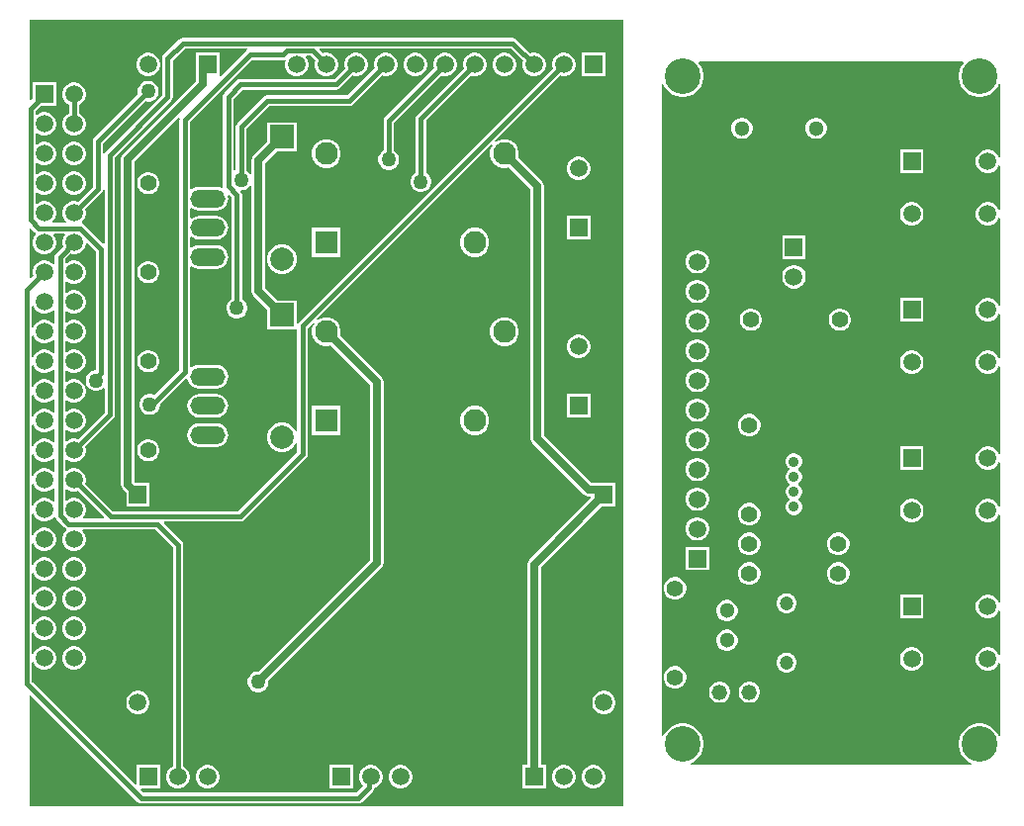
<source format=gtl>
G04*
G04 #@! TF.GenerationSoftware,Altium Limited,Altium Designer,21.1.1 (26)*
G04*
G04 Layer_Physical_Order=1*
G04 Layer_Color=255*
%FSLAX25Y25*%
%MOIN*%
G70*
G04*
G04 #@! TF.SameCoordinates,592B810C-F54D-4935-B22E-3467A51DD14B*
G04*
G04*
G04 #@! TF.FilePolarity,Positive*
G04*
G01*
G75*
%ADD37C,0.01500*%
%ADD38C,0.02500*%
%ADD39C,0.05200*%
%ADD40R,0.05937X0.05937*%
%ADD41C,0.05937*%
%ADD42C,0.03500*%
%ADD43C,0.05118*%
%ADD44C,0.05906*%
%ADD45R,0.05906X0.05906*%
%ADD46C,0.05512*%
%ADD47C,0.05898*%
%ADD48R,0.05898X0.05898*%
%ADD49C,0.04724*%
%ADD50C,0.12000*%
%ADD51R,0.07874X0.07874*%
%ADD52C,0.07874*%
%ADD53R,0.07677X0.07677*%
%ADD54C,0.07677*%
%ADD55R,0.05906X0.05906*%
%ADD56O,0.11811X0.05906*%
%ADD57C,0.05000*%
G36*
X205000Y5500D02*
X5000D01*
Y42723D01*
X5462Y42915D01*
X41341Y7036D01*
X41341Y7035D01*
X41920Y6649D01*
X42603Y6513D01*
X115797D01*
X116480Y6649D01*
X117059Y7035D01*
X120583Y10559D01*
X120583Y10559D01*
X120970Y11138D01*
X121081Y11697D01*
X121526Y11817D01*
X122427Y12337D01*
X123163Y13073D01*
X123683Y13974D01*
X123953Y14980D01*
Y16020D01*
X123683Y17026D01*
X123163Y17927D01*
X122427Y18663D01*
X121526Y19183D01*
X120520Y19453D01*
X119480D01*
X118474Y19183D01*
X117573Y18663D01*
X116837Y17927D01*
X116317Y17026D01*
X116047Y16020D01*
Y14980D01*
X116317Y13974D01*
X116837Y13073D01*
X117443Y12467D01*
X115058Y10081D01*
X43342D01*
X42338Y11085D01*
X42529Y11547D01*
X48953D01*
Y19453D01*
X41047D01*
Y13029D01*
X40585Y12838D01*
X5784Y47639D01*
Y54029D01*
X6284Y54095D01*
X6317Y53974D01*
X6837Y53073D01*
X7573Y52337D01*
X8474Y51817D01*
X9480Y51547D01*
X10520D01*
X11526Y51817D01*
X12427Y52337D01*
X13163Y53073D01*
X13683Y53974D01*
X13953Y54980D01*
Y56020D01*
X13683Y57026D01*
X13163Y57927D01*
X12427Y58663D01*
X11526Y59183D01*
X10520Y59453D01*
X9480D01*
X8474Y59183D01*
X7573Y58663D01*
X6837Y57927D01*
X6317Y57026D01*
X6284Y56905D01*
X5784Y56971D01*
Y64029D01*
X6284Y64095D01*
X6317Y63974D01*
X6837Y63073D01*
X7573Y62337D01*
X8474Y61817D01*
X9480Y61547D01*
X10520D01*
X11526Y61817D01*
X12427Y62337D01*
X13163Y63073D01*
X13683Y63974D01*
X13953Y64980D01*
Y66020D01*
X13683Y67026D01*
X13163Y67927D01*
X12427Y68663D01*
X11526Y69183D01*
X10520Y69453D01*
X9480D01*
X8474Y69183D01*
X7573Y68663D01*
X6837Y67927D01*
X6317Y67026D01*
X6284Y66905D01*
X5784Y66971D01*
Y74029D01*
X6284Y74095D01*
X6317Y73974D01*
X6837Y73073D01*
X7573Y72337D01*
X8474Y71817D01*
X9480Y71547D01*
X10520D01*
X11526Y71817D01*
X12427Y72337D01*
X13163Y73073D01*
X13683Y73974D01*
X13953Y74980D01*
Y76020D01*
X13683Y77026D01*
X13163Y77927D01*
X12427Y78663D01*
X11526Y79183D01*
X10520Y79453D01*
X9480D01*
X8474Y79183D01*
X7573Y78663D01*
X6837Y77927D01*
X6317Y77026D01*
X6284Y76905D01*
X5784Y76971D01*
Y84029D01*
X6284Y84095D01*
X6317Y83974D01*
X6837Y83073D01*
X7573Y82337D01*
X8474Y81817D01*
X9480Y81547D01*
X10520D01*
X11526Y81817D01*
X12427Y82337D01*
X13163Y83073D01*
X13683Y83974D01*
X13953Y84980D01*
Y86020D01*
X13683Y87026D01*
X13163Y87927D01*
X12427Y88663D01*
X11526Y89183D01*
X10520Y89453D01*
X9480D01*
X8474Y89183D01*
X7573Y88663D01*
X6837Y87927D01*
X6317Y87026D01*
X6284Y86905D01*
X5784Y86971D01*
Y94029D01*
X6284Y94095D01*
X6317Y93974D01*
X6837Y93073D01*
X7573Y92337D01*
X8474Y91817D01*
X9480Y91547D01*
X10520D01*
X11526Y91817D01*
X12427Y92337D01*
X13163Y93073D01*
X13683Y93974D01*
X13953Y94980D01*
Y96020D01*
X13683Y97026D01*
X13163Y97927D01*
X12427Y98663D01*
X11526Y99183D01*
X10520Y99453D01*
X9480D01*
X8474Y99183D01*
X7573Y98663D01*
X6837Y97927D01*
X6317Y97026D01*
X6284Y96905D01*
X5784Y96971D01*
Y104029D01*
X6284Y104095D01*
X6317Y103974D01*
X6837Y103073D01*
X7573Y102337D01*
X8474Y101817D01*
X9480Y101547D01*
X10520D01*
X11526Y101817D01*
X12427Y102337D01*
X13019Y102929D01*
X13552Y102817D01*
X13938Y102238D01*
X16738Y99438D01*
X17317Y99051D01*
X17429Y98519D01*
X16837Y97927D01*
X16317Y97026D01*
X16047Y96020D01*
Y94980D01*
X16317Y93974D01*
X16837Y93073D01*
X17573Y92337D01*
X18474Y91817D01*
X19480Y91547D01*
X20520D01*
X21526Y91817D01*
X22427Y92337D01*
X23163Y93073D01*
X23683Y93974D01*
X23953Y94980D01*
Y96020D01*
X23683Y97026D01*
X23163Y97927D01*
X22674Y98416D01*
X22881Y98916D01*
X47261D01*
X53216Y92961D01*
Y19034D01*
X52573Y18663D01*
X51837Y17927D01*
X51317Y17026D01*
X51047Y16020D01*
Y14980D01*
X51317Y13974D01*
X51837Y13073D01*
X52573Y12337D01*
X53474Y11817D01*
X54480Y11547D01*
X55520D01*
X56526Y11817D01*
X57427Y12337D01*
X58163Y13073D01*
X58683Y13974D01*
X58953Y14980D01*
Y16020D01*
X58683Y17026D01*
X58163Y17927D01*
X57427Y18663D01*
X56784Y19034D01*
Y93700D01*
X56648Y94383D01*
X56262Y94962D01*
X56262Y94962D01*
X50270Y100954D01*
X50461Y101416D01*
X75900D01*
X76583Y101551D01*
X77162Y101938D01*
X98162Y122938D01*
X98162Y122938D01*
X98549Y123517D01*
X98684Y124200D01*
Y166661D01*
X100682Y168658D01*
X101082Y168351D01*
X100491Y167328D01*
X100161Y166098D01*
Y164824D01*
X100491Y163593D01*
X101128Y162490D01*
X102029Y161589D01*
X103132Y160952D01*
X104363Y160622D01*
X105637D01*
X106392Y160824D01*
X119706Y147510D01*
Y88450D01*
X82256Y51000D01*
X81539D01*
X80649Y50761D01*
X79851Y50301D01*
X79199Y49649D01*
X78738Y48851D01*
X78500Y47961D01*
Y47039D01*
X78738Y46149D01*
X79199Y45351D01*
X79851Y44699D01*
X80649Y44238D01*
X81539Y44000D01*
X82461D01*
X83351Y44238D01*
X84149Y44699D01*
X84801Y45351D01*
X85261Y46149D01*
X85500Y47039D01*
Y47756D01*
X123622Y85878D01*
X124119Y86622D01*
X124294Y87500D01*
Y148461D01*
X124119Y149338D01*
X123622Y150083D01*
X109636Y164069D01*
X109839Y164824D01*
Y166098D01*
X109509Y167328D01*
X108872Y168432D01*
X107971Y169332D01*
X106868Y169969D01*
X105637Y170299D01*
X104363D01*
X103132Y169969D01*
X102109Y169379D01*
X101802Y169779D01*
X160682Y228659D01*
X161082Y228351D01*
X160491Y227328D01*
X160161Y226098D01*
Y224824D01*
X160491Y223593D01*
X161128Y222490D01*
X162029Y221589D01*
X163132Y220952D01*
X164363Y220622D01*
X165637D01*
X166392Y220824D01*
X173706Y213510D01*
Y129500D01*
X173881Y128622D01*
X174378Y127878D01*
X191675Y110581D01*
X192419Y110083D01*
X193297Y109909D01*
X193957D01*
X194164Y109409D01*
X173378Y88622D01*
X172880Y87878D01*
X172706Y87000D01*
Y19453D01*
X171047D01*
Y11547D01*
X178953D01*
Y19453D01*
X177294D01*
Y86050D01*
X197792Y106547D01*
X202453D01*
Y114453D01*
X197019D01*
X196797Y114497D01*
X194247D01*
X178294Y130450D01*
Y214461D01*
X178120Y215338D01*
X177622Y216083D01*
X169636Y224069D01*
X169839Y224824D01*
Y226098D01*
X169509Y227328D01*
X168872Y228432D01*
X167971Y229332D01*
X166868Y229969D01*
X165637Y230299D01*
X164363D01*
X163132Y229969D01*
X162109Y229379D01*
X161802Y229779D01*
X183763Y251739D01*
X184480Y251547D01*
X185520D01*
X186526Y251817D01*
X187427Y252337D01*
X188163Y253073D01*
X188683Y253974D01*
X188953Y254980D01*
Y256020D01*
X188683Y257026D01*
X188163Y257927D01*
X187427Y258663D01*
X186526Y259183D01*
X185520Y259453D01*
X184480D01*
X183474Y259183D01*
X182573Y258663D01*
X181837Y257927D01*
X181317Y257026D01*
X181047Y256020D01*
Y254980D01*
X181239Y254263D01*
X95638Y168662D01*
X95437Y168360D01*
X94937Y168512D01*
Y176028D01*
X88307D01*
X84294Y180041D01*
Y222140D01*
X88307Y226154D01*
X94937D01*
Y236028D01*
X85063D01*
Y229398D01*
X80378Y224713D01*
X79881Y223969D01*
X79706Y223091D01*
Y218528D01*
X79206Y218394D01*
X79001Y218749D01*
X78349Y219401D01*
X77984Y219611D01*
Y233661D01*
X85839Y241516D01*
X112800D01*
X113483Y241652D01*
X114062Y242038D01*
X123763Y251739D01*
X124480Y251547D01*
X125520D01*
X126526Y251817D01*
X127427Y252337D01*
X128163Y253073D01*
X128683Y253974D01*
X128953Y254980D01*
Y256020D01*
X128683Y257026D01*
X128163Y257927D01*
X127427Y258663D01*
X126526Y259183D01*
X125520Y259453D01*
X124480D01*
X123474Y259183D01*
X122573Y258663D01*
X121837Y257927D01*
X121317Y257026D01*
X121047Y256020D01*
Y254980D01*
X121239Y254263D01*
X112061Y245084D01*
X85100D01*
X84417Y244949D01*
X83838Y244562D01*
X74938Y235662D01*
X74551Y235083D01*
X74416Y234400D01*
Y219899D01*
X74184Y219749D01*
X73684Y220020D01*
Y243961D01*
X76739Y247016D01*
X108300D01*
X108983Y247151D01*
X109562Y247538D01*
X113763Y251739D01*
X114480Y251547D01*
X115520D01*
X116526Y251817D01*
X117427Y252337D01*
X118163Y253073D01*
X118683Y253974D01*
X118953Y254980D01*
Y256020D01*
X118683Y257026D01*
X118163Y257927D01*
X117427Y258663D01*
X116526Y259183D01*
X115520Y259453D01*
X114480D01*
X113474Y259183D01*
X112573Y258663D01*
X111837Y257927D01*
X111317Y257026D01*
X111047Y256020D01*
Y254980D01*
X111239Y254263D01*
X107561Y250584D01*
X76000D01*
X76000Y250584D01*
X75317Y250448D01*
X74738Y250062D01*
X74738Y250062D01*
X70638Y245962D01*
X70252Y245383D01*
X70116Y244700D01*
Y214400D01*
X70146Y214249D01*
X69706Y213895D01*
X68985Y214194D01*
X67953Y214330D01*
X62047D01*
X61015Y214194D01*
X60054Y213795D01*
X59584Y213435D01*
X59084Y213682D01*
Y236061D01*
X80039Y257016D01*
X90300D01*
X90824Y257120D01*
X91175Y256834D01*
X91238Y256731D01*
X91047Y256020D01*
Y254980D01*
X91317Y253974D01*
X91837Y253073D01*
X92573Y252337D01*
X93474Y251817D01*
X94480Y251547D01*
X95520D01*
X96526Y251817D01*
X97427Y252337D01*
X98163Y253073D01*
X98683Y253974D01*
X98953Y254980D01*
Y256020D01*
X98683Y257026D01*
X98163Y257927D01*
X98133Y257957D01*
X98325Y258418D01*
X99558D01*
X101239Y256737D01*
X101047Y256020D01*
Y254980D01*
X101317Y253974D01*
X101837Y253073D01*
X102573Y252337D01*
X103474Y251817D01*
X104480Y251547D01*
X105520D01*
X106526Y251817D01*
X107427Y252337D01*
X108163Y253073D01*
X108683Y253974D01*
X108953Y254980D01*
Y256020D01*
X108683Y257026D01*
X108163Y257927D01*
X107427Y258663D01*
X106526Y259183D01*
X105520Y259453D01*
X104480D01*
X103763Y259261D01*
X102567Y260457D01*
X102758Y260918D01*
X167058D01*
X171239Y256737D01*
X171047Y256020D01*
Y254980D01*
X171317Y253974D01*
X171837Y253073D01*
X172573Y252337D01*
X173474Y251817D01*
X174480Y251547D01*
X175520D01*
X176526Y251817D01*
X177427Y252337D01*
X178163Y253073D01*
X178683Y253974D01*
X178953Y254980D01*
Y256020D01*
X178683Y257026D01*
X178163Y257927D01*
X177427Y258663D01*
X176526Y259183D01*
X175520Y259453D01*
X174480D01*
X173763Y259261D01*
X169059Y263965D01*
X168480Y264351D01*
X167797Y264487D01*
X56603D01*
X56603Y264487D01*
X55920Y264351D01*
X55341Y263965D01*
X50188Y258812D01*
X49801Y258233D01*
X49666Y257550D01*
Y245217D01*
X30738Y226290D01*
X30351Y225711D01*
X30284Y225373D01*
X29784Y225422D01*
Y228761D01*
X44132Y243109D01*
X44539Y243000D01*
X45461D01*
X46351Y243238D01*
X47149Y243699D01*
X47801Y244351D01*
X48261Y245149D01*
X48500Y246039D01*
Y246961D01*
X48261Y247851D01*
X47801Y248649D01*
X47149Y249301D01*
X46351Y249762D01*
X45461Y250000D01*
X44539D01*
X43649Y249762D01*
X42851Y249301D01*
X42199Y248649D01*
X41739Y247851D01*
X41500Y246961D01*
Y246039D01*
X41609Y245632D01*
X26738Y230762D01*
X26351Y230183D01*
X26216Y229500D01*
Y214239D01*
X21237Y209261D01*
X20520Y209453D01*
X19480D01*
X18474Y209183D01*
X17573Y208663D01*
X16837Y207927D01*
X16317Y207026D01*
X16047Y206020D01*
Y204980D01*
X16317Y203974D01*
X16837Y203073D01*
X17326Y202584D01*
X17119Y202084D01*
X12881D01*
X12674Y202584D01*
X13163Y203073D01*
X13683Y203974D01*
X13953Y204980D01*
Y206020D01*
X13683Y207026D01*
X13163Y207927D01*
X12427Y208663D01*
X11526Y209183D01*
X10520Y209453D01*
X9480D01*
X8474Y209183D01*
X7573Y208663D01*
X7446Y208536D01*
X6984Y208728D01*
Y212272D01*
X7446Y212464D01*
X7573Y212337D01*
X8474Y211817D01*
X9480Y211547D01*
X10520D01*
X11526Y211817D01*
X12427Y212337D01*
X13163Y213073D01*
X13683Y213974D01*
X13953Y214980D01*
Y216020D01*
X13683Y217026D01*
X13163Y217927D01*
X12427Y218663D01*
X11526Y219183D01*
X10520Y219453D01*
X9480D01*
X8474Y219183D01*
X7573Y218663D01*
X7446Y218536D01*
X6984Y218728D01*
Y222272D01*
X7446Y222464D01*
X7573Y222337D01*
X8474Y221817D01*
X9480Y221547D01*
X10520D01*
X11526Y221817D01*
X12427Y222337D01*
X13163Y223073D01*
X13683Y223974D01*
X13953Y224980D01*
Y226020D01*
X13683Y227026D01*
X13163Y227927D01*
X12427Y228663D01*
X11526Y229183D01*
X10520Y229453D01*
X9480D01*
X8474Y229183D01*
X7573Y228663D01*
X7446Y228536D01*
X6984Y228728D01*
Y232272D01*
X7446Y232464D01*
X7573Y232337D01*
X8474Y231817D01*
X9480Y231547D01*
X10520D01*
X11526Y231817D01*
X12427Y232337D01*
X13163Y233073D01*
X13683Y233974D01*
X13953Y234980D01*
Y236020D01*
X13683Y237026D01*
X13163Y237927D01*
X12427Y238663D01*
X11526Y239183D01*
X10520Y239453D01*
X9480D01*
X8474Y239183D01*
X7573Y238663D01*
X7446Y238536D01*
X6984Y238728D01*
Y239961D01*
X8571Y241547D01*
X13953D01*
Y249453D01*
X6047D01*
Y244071D01*
X5462Y243485D01*
X5000Y243677D01*
Y270500D01*
X205000D01*
Y5500D01*
D02*
G37*
G36*
X78303Y260836D02*
X78180Y260156D01*
X78038Y260062D01*
X69402Y251426D01*
X68953Y251683D01*
Y259453D01*
X61047D01*
Y254019D01*
X61003Y253797D01*
Y249747D01*
X36378Y225122D01*
X35881Y224378D01*
X35706Y223500D01*
Y114000D01*
X35881Y113122D01*
X36378Y112378D01*
X37547Y111208D01*
Y106547D01*
X45453D01*
Y114453D01*
X40792D01*
X40294Y114950D01*
Y222550D01*
X55120Y237376D01*
X55581Y237130D01*
X55516Y236800D01*
Y152578D01*
X47047Y144109D01*
X46851Y144222D01*
X45961Y144461D01*
X45039D01*
X44149Y144222D01*
X43351Y143762D01*
X42699Y143110D01*
X42239Y142312D01*
X42000Y141422D01*
Y140500D01*
X42239Y139610D01*
X42699Y138812D01*
X43351Y138160D01*
X44149Y137699D01*
X45039Y137461D01*
X45961D01*
X46851Y137699D01*
X47649Y138160D01*
X48301Y138812D01*
X48761Y139610D01*
X49000Y140500D01*
Y141016D01*
X57692Y149707D01*
X58165Y149547D01*
X58196Y149311D01*
X58595Y148349D01*
X59228Y147523D01*
X60054Y146890D01*
X61015Y146492D01*
X62047Y146356D01*
X67953D01*
X68985Y146492D01*
X69946Y146890D01*
X70772Y147523D01*
X71406Y148349D01*
X71804Y149311D01*
X71940Y150343D01*
X71804Y151374D01*
X71406Y152336D01*
X70772Y153162D01*
X69946Y153795D01*
X68985Y154194D01*
X67953Y154330D01*
X62047D01*
X61015Y154194D01*
X60054Y153795D01*
X59584Y153435D01*
X59084Y153682D01*
Y187318D01*
X59584Y187565D01*
X60054Y187205D01*
X61015Y186806D01*
X62047Y186670D01*
X67953D01*
X68985Y186806D01*
X69946Y187205D01*
X70772Y187838D01*
X71406Y188664D01*
X71804Y189626D01*
X71940Y190657D01*
X71804Y191689D01*
X71406Y192651D01*
X70772Y193476D01*
X69946Y194110D01*
X68985Y194508D01*
X67953Y194644D01*
X62047D01*
X61015Y194508D01*
X60054Y194110D01*
X59584Y193750D01*
X59084Y193996D01*
Y197161D01*
X59584Y197407D01*
X60054Y197047D01*
X61015Y196649D01*
X62047Y196513D01*
X67953D01*
X68985Y196649D01*
X69946Y197047D01*
X70772Y197681D01*
X71406Y198507D01*
X71804Y199468D01*
X71940Y200500D01*
X71804Y201532D01*
X71406Y202493D01*
X70772Y203319D01*
X69946Y203953D01*
X68985Y204351D01*
X67953Y204487D01*
X62047D01*
X61015Y204351D01*
X60054Y203953D01*
X59584Y203592D01*
X59084Y203839D01*
Y207004D01*
X59584Y207250D01*
X60054Y206890D01*
X61015Y206492D01*
X62047Y206356D01*
X67953D01*
X68985Y206492D01*
X69946Y206890D01*
X70772Y207523D01*
X71406Y208349D01*
X71804Y209311D01*
X71940Y210343D01*
X71820Y211249D01*
X72185Y211487D01*
X72266Y211511D01*
X73016Y210761D01*
Y176411D01*
X72651Y176201D01*
X71999Y175549D01*
X71539Y174751D01*
X71300Y173861D01*
Y172939D01*
X71539Y172049D01*
X71999Y171251D01*
X72651Y170599D01*
X73449Y170139D01*
X74339Y169900D01*
X75261D01*
X76151Y170139D01*
X76949Y170599D01*
X77601Y171251D01*
X78061Y172049D01*
X78300Y172939D01*
Y173861D01*
X78061Y174751D01*
X77601Y175549D01*
X76949Y176201D01*
X76584Y176411D01*
Y211500D01*
X76584Y211500D01*
X76449Y212183D01*
X76170Y212600D01*
X76363Y213045D01*
X76422Y213100D01*
X76661D01*
X77551Y213338D01*
X78349Y213799D01*
X79001Y214451D01*
X79206Y214806D01*
X79706Y214672D01*
Y179091D01*
X79881Y178213D01*
X80378Y177468D01*
X85063Y172783D01*
Y166154D01*
X94616D01*
X94937Y166154D01*
X95116Y165728D01*
Y131824D01*
X94616Y131758D01*
X94601Y131815D01*
X93951Y132941D01*
X93031Y133860D01*
X91906Y134510D01*
X90650Y134846D01*
X89350D01*
X88094Y134510D01*
X86969Y133860D01*
X86049Y132941D01*
X85399Y131815D01*
X85063Y130559D01*
Y129259D01*
X85399Y128004D01*
X86049Y126878D01*
X86969Y125959D01*
X88094Y125309D01*
X89350Y124972D01*
X90650D01*
X91906Y125309D01*
X93031Y125959D01*
X93951Y126878D01*
X94601Y128004D01*
X94616Y128060D01*
X95116Y127995D01*
Y124939D01*
X75161Y104984D01*
X33039D01*
X23761Y114263D01*
X23953Y114980D01*
Y116020D01*
X23683Y117026D01*
X23163Y117927D01*
X22427Y118663D01*
X21526Y119183D01*
X20520Y119453D01*
X19480D01*
X18474Y119183D01*
X17573Y118663D01*
X17446Y118536D01*
X16984Y118728D01*
Y122272D01*
X17446Y122464D01*
X17573Y122337D01*
X18474Y121817D01*
X19480Y121547D01*
X20520D01*
X21526Y121817D01*
X22427Y122337D01*
X23163Y123073D01*
X23683Y123974D01*
X23953Y124980D01*
Y126020D01*
X23761Y126737D01*
X33262Y136238D01*
X33262Y136238D01*
X33648Y136817D01*
X33784Y137500D01*
Y224289D01*
X52712Y243217D01*
X52712Y243217D01*
X53098Y243796D01*
X53234Y244478D01*
Y256811D01*
X57342Y260918D01*
X78245D01*
X78303Y260836D01*
D02*
G37*
G36*
X319639Y256038D02*
X319563Y255962D01*
X318797Y254816D01*
X318269Y253542D01*
X318000Y252189D01*
Y250811D01*
X318269Y249458D01*
X318797Y248184D01*
X319563Y247038D01*
X320538Y246063D01*
X321684Y245297D01*
X322958Y244769D01*
X324311Y244500D01*
X325689D01*
X327042Y244769D01*
X328316Y245297D01*
X329462Y246063D01*
X330437Y247038D01*
X331203Y248184D01*
X331500Y248901D01*
X332000Y248801D01*
Y224355D01*
X331500Y224289D01*
X331475Y224382D01*
X330955Y225283D01*
X330220Y226018D01*
X329319Y226538D01*
X328315Y226807D01*
X327275D01*
X326271Y226538D01*
X325371Y226018D01*
X324635Y225283D01*
X324115Y224382D01*
X323846Y223378D01*
Y222338D01*
X324115Y221334D01*
X324635Y220434D01*
X325371Y219698D01*
X326271Y219179D01*
X327275Y218909D01*
X328315D01*
X329319Y219179D01*
X330220Y219698D01*
X330955Y220434D01*
X331475Y221334D01*
X331500Y221428D01*
X332000Y221362D01*
Y206638D01*
X331500Y206572D01*
X331475Y206666D01*
X330955Y207566D01*
X330220Y208302D01*
X329319Y208822D01*
X328315Y209091D01*
X327275D01*
X326271Y208822D01*
X325371Y208302D01*
X324635Y207566D01*
X324115Y206666D01*
X323846Y205662D01*
Y204622D01*
X324115Y203618D01*
X324635Y202717D01*
X325371Y201982D01*
X326271Y201462D01*
X327275Y201193D01*
X328315D01*
X329319Y201462D01*
X330220Y201982D01*
X330955Y202717D01*
X331475Y203618D01*
X331500Y203711D01*
X332000Y203645D01*
Y174355D01*
X331500Y174289D01*
X331475Y174382D01*
X330955Y175283D01*
X330220Y176018D01*
X329319Y176538D01*
X328315Y176807D01*
X327275D01*
X326271Y176538D01*
X325371Y176018D01*
X324635Y175283D01*
X324115Y174382D01*
X323846Y173378D01*
Y172338D01*
X324115Y171334D01*
X324635Y170434D01*
X325371Y169698D01*
X326271Y169178D01*
X327275Y168909D01*
X328315D01*
X329319Y169178D01*
X330220Y169698D01*
X330955Y170434D01*
X331475Y171334D01*
X331500Y171428D01*
X332000Y171362D01*
Y156638D01*
X331500Y156572D01*
X331475Y156666D01*
X330955Y157566D01*
X330220Y158302D01*
X329319Y158821D01*
X328315Y159091D01*
X327275D01*
X326271Y158821D01*
X325371Y158302D01*
X324635Y157566D01*
X324115Y156666D01*
X323846Y155662D01*
Y154622D01*
X324115Y153618D01*
X324635Y152717D01*
X325371Y151982D01*
X326271Y151462D01*
X327275Y151193D01*
X328315D01*
X329319Y151462D01*
X330220Y151982D01*
X330955Y152717D01*
X331475Y153618D01*
X331500Y153711D01*
X332000Y153645D01*
Y124355D01*
X331500Y124289D01*
X331475Y124382D01*
X330955Y125283D01*
X330220Y126018D01*
X329319Y126538D01*
X328315Y126807D01*
X327275D01*
X326271Y126538D01*
X325371Y126018D01*
X324635Y125283D01*
X324115Y124382D01*
X323846Y123378D01*
Y122338D01*
X324115Y121334D01*
X324635Y120434D01*
X325371Y119698D01*
X326271Y119178D01*
X327275Y118909D01*
X328315D01*
X329319Y119178D01*
X330220Y119698D01*
X330955Y120434D01*
X331475Y121334D01*
X331500Y121428D01*
X332000Y121362D01*
Y106638D01*
X331500Y106572D01*
X331475Y106666D01*
X330955Y107566D01*
X330220Y108302D01*
X329319Y108821D01*
X328315Y109091D01*
X327275D01*
X326271Y108821D01*
X325371Y108302D01*
X324635Y107566D01*
X324115Y106666D01*
X323846Y105662D01*
Y104622D01*
X324115Y103618D01*
X324635Y102717D01*
X325371Y101982D01*
X326271Y101462D01*
X327275Y101193D01*
X328315D01*
X329319Y101462D01*
X330220Y101982D01*
X330955Y102717D01*
X331475Y103618D01*
X331500Y103711D01*
X332000Y103645D01*
Y74355D01*
X331500Y74289D01*
X331475Y74382D01*
X330955Y75283D01*
X330220Y76018D01*
X329319Y76538D01*
X328315Y76807D01*
X327275D01*
X326271Y76538D01*
X325371Y76018D01*
X324635Y75283D01*
X324115Y74382D01*
X323846Y73378D01*
Y72338D01*
X324115Y71334D01*
X324635Y70434D01*
X325371Y69698D01*
X326271Y69178D01*
X327275Y68909D01*
X328315D01*
X329319Y69178D01*
X330220Y69698D01*
X330955Y70434D01*
X331475Y71334D01*
X331500Y71428D01*
X332000Y71362D01*
Y56638D01*
X331500Y56572D01*
X331475Y56666D01*
X330955Y57566D01*
X330220Y58302D01*
X329319Y58821D01*
X328315Y59091D01*
X327275D01*
X326271Y58821D01*
X325371Y58302D01*
X324635Y57566D01*
X324115Y56666D01*
X323846Y55662D01*
Y54622D01*
X324115Y53618D01*
X324635Y52717D01*
X325371Y51982D01*
X326271Y51462D01*
X327275Y51193D01*
X328315D01*
X329319Y51462D01*
X330220Y51982D01*
X330955Y52717D01*
X331475Y53618D01*
X331500Y53711D01*
X332000Y53645D01*
Y29199D01*
X331500Y29100D01*
X331203Y29816D01*
X330437Y30962D01*
X329462Y31937D01*
X328316Y32703D01*
X327042Y33231D01*
X325689Y33500D01*
X324311D01*
X322958Y33231D01*
X321684Y32703D01*
X320538Y31937D01*
X319563Y30962D01*
X318797Y29816D01*
X318269Y28542D01*
X318000Y27189D01*
Y25811D01*
X318269Y24458D01*
X318797Y23184D01*
X319563Y22038D01*
X320538Y21063D01*
X321684Y20297D01*
X322400Y20000D01*
X322301Y19500D01*
X227699D01*
X227600Y20000D01*
X228316Y20297D01*
X229462Y21063D01*
X230437Y22038D01*
X231203Y23184D01*
X231731Y24458D01*
X232000Y25811D01*
Y27189D01*
X231731Y28542D01*
X231203Y29816D01*
X230437Y30962D01*
X229462Y31937D01*
X228316Y32703D01*
X227042Y33231D01*
X225689Y33500D01*
X224311D01*
X222958Y33231D01*
X221684Y32703D01*
X220538Y31937D01*
X219563Y30962D01*
X218797Y29816D01*
X218500Y29100D01*
X218000Y29199D01*
Y248801D01*
X218500Y248901D01*
X218797Y248184D01*
X219563Y247038D01*
X220538Y246063D01*
X221684Y245297D01*
X222958Y244769D01*
X224311Y244500D01*
X225689D01*
X227042Y244769D01*
X228316Y245297D01*
X229462Y246063D01*
X230437Y247038D01*
X231203Y248184D01*
X231731Y249458D01*
X232000Y250811D01*
Y252189D01*
X231731Y253542D01*
X231203Y254816D01*
X230437Y255962D01*
X230361Y256038D01*
X230553Y256500D01*
X319447D01*
X319639Y256038D01*
D02*
G37*
G36*
X30216Y213106D02*
Y195261D01*
X29754Y195070D01*
X23262Y201562D01*
X22683Y201948D01*
X22571Y202481D01*
X23163Y203073D01*
X23683Y203974D01*
X23953Y204980D01*
Y206020D01*
X23761Y206737D01*
X29262Y212238D01*
X29649Y212817D01*
X29716Y213155D01*
X30216Y213106D01*
D02*
G37*
G36*
X27216Y192561D02*
Y152535D01*
X26954D01*
X26064Y152297D01*
X25266Y151836D01*
X24614Y151184D01*
X24154Y150386D01*
X23915Y149496D01*
Y148574D01*
X24154Y147684D01*
X24614Y146886D01*
X25266Y146235D01*
X26064Y145774D01*
X26954Y145535D01*
X27876D01*
X28766Y145774D01*
X29564Y146235D01*
X29754Y146424D01*
X30216Y146233D01*
Y138239D01*
X21237Y129261D01*
X20520Y129453D01*
X19480D01*
X18474Y129183D01*
X17573Y128663D01*
X17446Y128536D01*
X16984Y128728D01*
Y132272D01*
X17446Y132464D01*
X17573Y132337D01*
X18474Y131817D01*
X19480Y131547D01*
X20520D01*
X21526Y131817D01*
X22427Y132337D01*
X23163Y133073D01*
X23683Y133974D01*
X23953Y134980D01*
Y136020D01*
X23683Y137026D01*
X23163Y137927D01*
X22427Y138663D01*
X21526Y139183D01*
X20520Y139453D01*
X19480D01*
X18474Y139183D01*
X17573Y138663D01*
X17446Y138536D01*
X16984Y138728D01*
Y142272D01*
X17446Y142464D01*
X17573Y142337D01*
X18474Y141817D01*
X19480Y141547D01*
X20520D01*
X21526Y141817D01*
X22427Y142337D01*
X23163Y143073D01*
X23683Y143974D01*
X23953Y144980D01*
Y146020D01*
X23683Y147026D01*
X23163Y147927D01*
X22427Y148663D01*
X21526Y149183D01*
X20520Y149453D01*
X19480D01*
X18474Y149183D01*
X17573Y148663D01*
X17446Y148536D01*
X16984Y148728D01*
Y152272D01*
X17446Y152464D01*
X17573Y152337D01*
X18474Y151817D01*
X19480Y151547D01*
X20520D01*
X21526Y151817D01*
X22427Y152337D01*
X23163Y153073D01*
X23683Y153974D01*
X23953Y154980D01*
Y156020D01*
X23683Y157026D01*
X23163Y157927D01*
X22427Y158663D01*
X21526Y159183D01*
X20520Y159453D01*
X19480D01*
X18474Y159183D01*
X17573Y158663D01*
X17446Y158536D01*
X16984Y158728D01*
Y162272D01*
X17446Y162464D01*
X17573Y162337D01*
X18474Y161817D01*
X19480Y161547D01*
X20520D01*
X21526Y161817D01*
X22427Y162337D01*
X23163Y163073D01*
X23683Y163974D01*
X23953Y164980D01*
Y166020D01*
X23683Y167026D01*
X23163Y167927D01*
X22427Y168663D01*
X21526Y169183D01*
X20520Y169453D01*
X19480D01*
X18474Y169183D01*
X17573Y168663D01*
X17446Y168536D01*
X16984Y168728D01*
Y172272D01*
X17446Y172464D01*
X17573Y172337D01*
X18474Y171817D01*
X19480Y171547D01*
X20520D01*
X21526Y171817D01*
X22427Y172337D01*
X23163Y173073D01*
X23683Y173974D01*
X23953Y174980D01*
Y176020D01*
X23683Y177026D01*
X23163Y177927D01*
X22427Y178663D01*
X21526Y179183D01*
X20520Y179453D01*
X19480D01*
X18474Y179183D01*
X17573Y178663D01*
X17446Y178536D01*
X16984Y178728D01*
Y182272D01*
X17446Y182464D01*
X17573Y182337D01*
X18474Y181817D01*
X19480Y181547D01*
X20520D01*
X21526Y181817D01*
X22427Y182337D01*
X23163Y183073D01*
X23683Y183974D01*
X23953Y184980D01*
Y186020D01*
X23683Y187026D01*
X23163Y187927D01*
X22427Y188663D01*
X21526Y189183D01*
X20520Y189453D01*
X19480D01*
X18474Y189183D01*
X17573Y188663D01*
X17446Y188536D01*
X16984Y188728D01*
Y189961D01*
X18763Y191739D01*
X19480Y191547D01*
X20520D01*
X21526Y191817D01*
X22427Y192337D01*
X23163Y193073D01*
X23683Y193974D01*
X23953Y194980D01*
Y195171D01*
X24415Y195362D01*
X27216Y192561D01*
D02*
G37*
G36*
X6738Y199038D02*
X7040Y198837D01*
X7128Y198218D01*
X6837Y197927D01*
X6317Y197026D01*
X6047Y196020D01*
Y194980D01*
X6317Y193974D01*
X6837Y193073D01*
X7573Y192337D01*
X8474Y191817D01*
X9480Y191547D01*
X10520D01*
X11526Y191817D01*
X12427Y192337D01*
X13163Y193073D01*
X13683Y193974D01*
X13953Y194980D01*
Y196020D01*
X13683Y197026D01*
X13163Y197927D01*
X13036Y198054D01*
X13228Y198516D01*
X16772D01*
X16964Y198054D01*
X16837Y197927D01*
X16317Y197026D01*
X16047Y196020D01*
Y194980D01*
X16239Y194263D01*
X13938Y191962D01*
X13552Y191383D01*
X13416Y190700D01*
Y188381D01*
X12916Y188174D01*
X12427Y188663D01*
X11526Y189183D01*
X10520Y189453D01*
X9480D01*
X8474Y189183D01*
X7573Y188663D01*
X6837Y187927D01*
X6317Y187026D01*
X6047Y186020D01*
Y184980D01*
X6239Y184263D01*
X5462Y183485D01*
X5000Y183677D01*
Y200123D01*
X5462Y200315D01*
X6738Y199038D01*
D02*
G37*
G36*
X6317Y173974D02*
X6837Y173073D01*
X7573Y172337D01*
X8474Y171817D01*
X9480Y171547D01*
X10520D01*
X11526Y171817D01*
X12427Y172337D01*
X12916Y172826D01*
X13416Y172619D01*
Y168381D01*
X12916Y168174D01*
X12427Y168663D01*
X11526Y169183D01*
X10520Y169453D01*
X9480D01*
X8474Y169183D01*
X7573Y168663D01*
X6837Y167927D01*
X6317Y167026D01*
X6284Y166905D01*
X5784Y166971D01*
Y174029D01*
X6284Y174095D01*
X6317Y173974D01*
D02*
G37*
G36*
Y163974D02*
X6837Y163073D01*
X7573Y162337D01*
X8474Y161817D01*
X9480Y161547D01*
X10520D01*
X11526Y161817D01*
X12427Y162337D01*
X12916Y162826D01*
X13416Y162619D01*
Y158381D01*
X12916Y158174D01*
X12427Y158663D01*
X11526Y159183D01*
X10520Y159453D01*
X9480D01*
X8474Y159183D01*
X7573Y158663D01*
X6837Y157927D01*
X6317Y157026D01*
X6284Y156905D01*
X5784Y156971D01*
Y164029D01*
X6284Y164095D01*
X6317Y163974D01*
D02*
G37*
G36*
Y153974D02*
X6837Y153073D01*
X7573Y152337D01*
X8474Y151817D01*
X9480Y151547D01*
X10520D01*
X11526Y151817D01*
X12427Y152337D01*
X12916Y152826D01*
X13416Y152619D01*
Y148381D01*
X12916Y148174D01*
X12427Y148663D01*
X11526Y149183D01*
X10520Y149453D01*
X9480D01*
X8474Y149183D01*
X7573Y148663D01*
X6837Y147927D01*
X6317Y147026D01*
X6284Y146905D01*
X5784Y146971D01*
Y154029D01*
X6284Y154095D01*
X6317Y153974D01*
D02*
G37*
G36*
Y143974D02*
X6837Y143073D01*
X7573Y142337D01*
X8474Y141817D01*
X9480Y141547D01*
X10520D01*
X11526Y141817D01*
X12427Y142337D01*
X12916Y142826D01*
X13416Y142619D01*
Y138381D01*
X12916Y138174D01*
X12427Y138663D01*
X11526Y139183D01*
X10520Y139453D01*
X9480D01*
X8474Y139183D01*
X7573Y138663D01*
X6837Y137927D01*
X6317Y137026D01*
X6284Y136905D01*
X5784Y136971D01*
Y144029D01*
X6284Y144095D01*
X6317Y143974D01*
D02*
G37*
G36*
Y133974D02*
X6837Y133073D01*
X7573Y132337D01*
X8474Y131817D01*
X9480Y131547D01*
X10520D01*
X11526Y131817D01*
X12427Y132337D01*
X12916Y132826D01*
X13416Y132619D01*
Y128381D01*
X12916Y128174D01*
X12427Y128663D01*
X11526Y129183D01*
X10520Y129453D01*
X9480D01*
X8474Y129183D01*
X7573Y128663D01*
X6837Y127927D01*
X6317Y127026D01*
X6284Y126905D01*
X5784Y126971D01*
Y134029D01*
X6284Y134095D01*
X6317Y133974D01*
D02*
G37*
G36*
Y123974D02*
X6837Y123073D01*
X7573Y122337D01*
X8474Y121817D01*
X9480Y121547D01*
X10520D01*
X11526Y121817D01*
X12427Y122337D01*
X12916Y122826D01*
X13416Y122619D01*
Y118381D01*
X12916Y118174D01*
X12427Y118663D01*
X11526Y119183D01*
X10520Y119453D01*
X9480D01*
X8474Y119183D01*
X7573Y118663D01*
X6837Y117927D01*
X6317Y117026D01*
X6284Y116905D01*
X5784Y116971D01*
Y124029D01*
X6284Y124095D01*
X6317Y123974D01*
D02*
G37*
G36*
Y113974D02*
X6837Y113073D01*
X7573Y112337D01*
X8474Y111817D01*
X9480Y111547D01*
X10520D01*
X11526Y111817D01*
X12427Y112337D01*
X12916Y112826D01*
X13416Y112619D01*
Y108381D01*
X12916Y108174D01*
X12427Y108663D01*
X11526Y109183D01*
X10520Y109453D01*
X9480D01*
X8474Y109183D01*
X7573Y108663D01*
X6837Y107927D01*
X6317Y107026D01*
X6284Y106905D01*
X5784Y106971D01*
Y114029D01*
X6284Y114095D01*
X6317Y113974D01*
D02*
G37*
G36*
X17573Y112337D02*
X18474Y111817D01*
X19480Y111547D01*
X20520D01*
X21237Y111739D01*
X30030Y102946D01*
X29839Y102484D01*
X23228D01*
X23036Y102946D01*
X23163Y103073D01*
X23683Y103974D01*
X23953Y104980D01*
Y106020D01*
X23683Y107026D01*
X23163Y107927D01*
X22427Y108663D01*
X21526Y109183D01*
X20520Y109453D01*
X19480D01*
X18474Y109183D01*
X17573Y108663D01*
X17446Y108536D01*
X16984Y108728D01*
Y112272D01*
X17446Y112464D01*
X17573Y112337D01*
D02*
G37*
%LPC*%
G36*
X198953Y259453D02*
X191047D01*
Y251547D01*
X198953D01*
Y259453D01*
D02*
G37*
G36*
X165520D02*
X164480D01*
X163474Y259183D01*
X162573Y258663D01*
X161837Y257927D01*
X161317Y257026D01*
X161047Y256020D01*
Y254980D01*
X161317Y253974D01*
X161837Y253073D01*
X162573Y252337D01*
X163474Y251817D01*
X164480Y251547D01*
X165520D01*
X166526Y251817D01*
X167427Y252337D01*
X168163Y253073D01*
X168683Y253974D01*
X168953Y254980D01*
Y256020D01*
X168683Y257026D01*
X168163Y257927D01*
X167427Y258663D01*
X166526Y259183D01*
X165520Y259453D01*
D02*
G37*
G36*
X155520D02*
X154480D01*
X153474Y259183D01*
X152573Y258663D01*
X151837Y257927D01*
X151317Y257026D01*
X151047Y256020D01*
Y254980D01*
X151239Y254263D01*
X135538Y238562D01*
X135152Y237983D01*
X135016Y237300D01*
Y219011D01*
X134651Y218801D01*
X133999Y218149D01*
X133538Y217351D01*
X133300Y216461D01*
Y215539D01*
X133538Y214649D01*
X133999Y213851D01*
X134651Y213199D01*
X135449Y212738D01*
X136339Y212500D01*
X137261D01*
X138151Y212738D01*
X138949Y213199D01*
X139601Y213851D01*
X140061Y214649D01*
X140300Y215539D01*
Y216461D01*
X140061Y217351D01*
X139601Y218149D01*
X138949Y218801D01*
X138584Y219011D01*
Y236561D01*
X153763Y251739D01*
X154480Y251547D01*
X155520D01*
X156526Y251817D01*
X157427Y252337D01*
X158163Y253073D01*
X158683Y253974D01*
X158953Y254980D01*
Y256020D01*
X158683Y257026D01*
X158163Y257927D01*
X157427Y258663D01*
X156526Y259183D01*
X155520Y259453D01*
D02*
G37*
G36*
X145520D02*
X144480D01*
X143474Y259183D01*
X142573Y258663D01*
X141837Y257927D01*
X141317Y257026D01*
X141047Y256020D01*
Y254980D01*
X141239Y254263D01*
X124738Y237762D01*
X124352Y237183D01*
X124216Y236500D01*
Y226511D01*
X123851Y226301D01*
X123199Y225649D01*
X122739Y224851D01*
X122500Y223961D01*
Y223039D01*
X122739Y222149D01*
X123199Y221351D01*
X123851Y220699D01*
X124649Y220238D01*
X125539Y220000D01*
X126461D01*
X127351Y220238D01*
X128149Y220699D01*
X128801Y221351D01*
X129262Y222149D01*
X129500Y223039D01*
Y223961D01*
X129262Y224851D01*
X128801Y225649D01*
X128149Y226301D01*
X127784Y226511D01*
Y235761D01*
X143763Y251739D01*
X144480Y251547D01*
X145520D01*
X146526Y251817D01*
X147427Y252337D01*
X148163Y253073D01*
X148683Y253974D01*
X148953Y254980D01*
Y256020D01*
X148683Y257026D01*
X148163Y257927D01*
X147427Y258663D01*
X146526Y259183D01*
X145520Y259453D01*
D02*
G37*
G36*
X135520D02*
X134480D01*
X133474Y259183D01*
X132573Y258663D01*
X131837Y257927D01*
X131317Y257026D01*
X131047Y256020D01*
Y254980D01*
X131317Y253974D01*
X131837Y253073D01*
X132573Y252337D01*
X133474Y251817D01*
X134480Y251547D01*
X135520D01*
X136526Y251817D01*
X137427Y252337D01*
X138163Y253073D01*
X138683Y253974D01*
X138953Y254980D01*
Y256020D01*
X138683Y257026D01*
X138163Y257927D01*
X137427Y258663D01*
X136526Y259183D01*
X135520Y259453D01*
D02*
G37*
G36*
X45520D02*
X44480D01*
X43474Y259183D01*
X42573Y258663D01*
X41837Y257927D01*
X41317Y257026D01*
X41047Y256020D01*
Y254980D01*
X41317Y253974D01*
X41837Y253073D01*
X42573Y252337D01*
X43474Y251817D01*
X44480Y251547D01*
X45520D01*
X46526Y251817D01*
X47427Y252337D01*
X48163Y253073D01*
X48683Y253974D01*
X48953Y254980D01*
Y256020D01*
X48683Y257026D01*
X48163Y257927D01*
X47427Y258663D01*
X46526Y259183D01*
X45520Y259453D01*
D02*
G37*
G36*
X20520Y249453D02*
X19480D01*
X18474Y249183D01*
X17573Y248663D01*
X16837Y247927D01*
X16317Y247026D01*
X16047Y246020D01*
Y244980D01*
X16317Y243974D01*
X16837Y243073D01*
X17573Y242337D01*
X18216Y241966D01*
Y239034D01*
X17573Y238663D01*
X16837Y237927D01*
X16317Y237026D01*
X16047Y236020D01*
Y234980D01*
X16317Y233974D01*
X16837Y233073D01*
X17573Y232337D01*
X18474Y231817D01*
X19480Y231547D01*
X20520D01*
X21526Y231817D01*
X22427Y232337D01*
X23163Y233073D01*
X23683Y233974D01*
X23953Y234980D01*
Y236020D01*
X23683Y237026D01*
X23163Y237927D01*
X22427Y238663D01*
X21784Y239034D01*
Y241966D01*
X22427Y242337D01*
X23163Y243073D01*
X23683Y243974D01*
X23953Y244980D01*
Y246020D01*
X23683Y247026D01*
X23163Y247927D01*
X22427Y248663D01*
X21526Y249183D01*
X20520Y249453D01*
D02*
G37*
G36*
Y229453D02*
X19480D01*
X18474Y229183D01*
X17573Y228663D01*
X16837Y227927D01*
X16317Y227026D01*
X16047Y226020D01*
Y224980D01*
X16317Y223974D01*
X16837Y223073D01*
X17573Y222337D01*
X18474Y221817D01*
X19480Y221547D01*
X20520D01*
X21526Y221817D01*
X22427Y222337D01*
X23163Y223073D01*
X23683Y223974D01*
X23953Y224980D01*
Y226020D01*
X23683Y227026D01*
X23163Y227927D01*
X22427Y228663D01*
X21526Y229183D01*
X20520Y229453D01*
D02*
G37*
G36*
X105637Y230299D02*
X104363D01*
X103132Y229969D01*
X102029Y229332D01*
X101128Y228432D01*
X100491Y227328D01*
X100161Y226098D01*
Y224824D01*
X100491Y223593D01*
X101128Y222490D01*
X102029Y221589D01*
X103132Y220952D01*
X104363Y220622D01*
X105637D01*
X106868Y220952D01*
X107971Y221589D01*
X108872Y222490D01*
X109509Y223593D01*
X109839Y224824D01*
Y226098D01*
X109509Y227328D01*
X108872Y228432D01*
X107971Y229332D01*
X106868Y229969D01*
X105637Y230299D01*
D02*
G37*
G36*
X190520Y224453D02*
X189480D01*
X188474Y224183D01*
X187573Y223663D01*
X186837Y222927D01*
X186317Y222026D01*
X186047Y221020D01*
Y219980D01*
X186317Y218974D01*
X186837Y218073D01*
X187573Y217337D01*
X188474Y216817D01*
X189480Y216547D01*
X190520D01*
X191526Y216817D01*
X192427Y217337D01*
X193163Y218073D01*
X193683Y218974D01*
X193953Y219980D01*
Y221020D01*
X193683Y222026D01*
X193163Y222927D01*
X192427Y223663D01*
X191526Y224183D01*
X190520Y224453D01*
D02*
G37*
G36*
X20520Y219453D02*
X19480D01*
X18474Y219183D01*
X17573Y218663D01*
X16837Y217927D01*
X16317Y217026D01*
X16047Y216020D01*
Y214980D01*
X16317Y213974D01*
X16837Y213073D01*
X17573Y212337D01*
X18474Y211817D01*
X19480Y211547D01*
X20520D01*
X21526Y211817D01*
X22427Y212337D01*
X23163Y213073D01*
X23683Y213974D01*
X23953Y214980D01*
Y216020D01*
X23683Y217026D01*
X23163Y217927D01*
X22427Y218663D01*
X21526Y219183D01*
X20520Y219453D01*
D02*
G37*
G36*
X193953Y204453D02*
X186047D01*
Y196547D01*
X193953D01*
Y204453D01*
D02*
G37*
G36*
X155637Y200378D02*
X154363D01*
X153132Y200048D01*
X152029Y199411D01*
X151128Y198510D01*
X150491Y197407D01*
X150161Y196176D01*
Y194902D01*
X150491Y193672D01*
X151128Y192568D01*
X152029Y191668D01*
X153132Y191031D01*
X154363Y190701D01*
X155637D01*
X156868Y191031D01*
X157971Y191668D01*
X158872Y192568D01*
X159509Y193672D01*
X159839Y194902D01*
Y196176D01*
X159509Y197407D01*
X158872Y198510D01*
X157971Y199411D01*
X156868Y200048D01*
X155637Y200378D01*
D02*
G37*
G36*
X109839D02*
X100161D01*
Y190701D01*
X109839D01*
Y200378D01*
D02*
G37*
G36*
X90650Y194846D02*
X89350D01*
X88094Y194510D01*
X86969Y193860D01*
X86049Y192941D01*
X85399Y191815D01*
X85063Y190559D01*
Y189259D01*
X85399Y188004D01*
X86049Y186878D01*
X86969Y185959D01*
X88094Y185309D01*
X89350Y184972D01*
X90650D01*
X91906Y185309D01*
X93031Y185959D01*
X93951Y186878D01*
X94601Y188004D01*
X94937Y189259D01*
Y190559D01*
X94601Y191815D01*
X93951Y192941D01*
X93031Y193860D01*
X91906Y194510D01*
X90650Y194846D01*
D02*
G37*
G36*
X165637Y170299D02*
X164363D01*
X163132Y169969D01*
X162029Y169332D01*
X161128Y168432D01*
X160491Y167328D01*
X160161Y166098D01*
Y164824D01*
X160491Y163593D01*
X161128Y162490D01*
X162029Y161589D01*
X163132Y160952D01*
X164363Y160622D01*
X165637D01*
X166868Y160952D01*
X167971Y161589D01*
X168872Y162490D01*
X169509Y163593D01*
X169839Y164824D01*
Y166098D01*
X169509Y167328D01*
X168872Y168432D01*
X167971Y169332D01*
X166868Y169969D01*
X165637Y170299D01*
D02*
G37*
G36*
X190520Y164453D02*
X189480D01*
X188474Y164183D01*
X187573Y163663D01*
X186837Y162927D01*
X186317Y162026D01*
X186047Y161020D01*
Y159980D01*
X186317Y158974D01*
X186837Y158073D01*
X187573Y157337D01*
X188474Y156817D01*
X189480Y156547D01*
X190520D01*
X191526Y156817D01*
X192427Y157337D01*
X193163Y158073D01*
X193683Y158974D01*
X193953Y159980D01*
Y161020D01*
X193683Y162026D01*
X193163Y162927D01*
X192427Y163663D01*
X191526Y164183D01*
X190520Y164453D01*
D02*
G37*
G36*
X193953Y144453D02*
X186047D01*
Y136547D01*
X193953D01*
Y144453D01*
D02*
G37*
G36*
X155637Y140378D02*
X154363D01*
X153132Y140048D01*
X152029Y139411D01*
X151128Y138510D01*
X150491Y137407D01*
X150161Y136176D01*
Y134902D01*
X150491Y133672D01*
X151128Y132568D01*
X152029Y131668D01*
X153132Y131031D01*
X154363Y130701D01*
X155637D01*
X156868Y131031D01*
X157971Y131668D01*
X158872Y132568D01*
X159509Y133672D01*
X159839Y134902D01*
Y136176D01*
X159509Y137407D01*
X158872Y138510D01*
X157971Y139411D01*
X156868Y140048D01*
X155637Y140378D01*
D02*
G37*
G36*
X109839D02*
X100161D01*
Y130701D01*
X109839D01*
Y140378D01*
D02*
G37*
G36*
X20520Y89453D02*
X19480D01*
X18474Y89183D01*
X17573Y88663D01*
X16837Y87927D01*
X16317Y87026D01*
X16047Y86020D01*
Y84980D01*
X16317Y83974D01*
X16837Y83073D01*
X17573Y82337D01*
X18474Y81817D01*
X19480Y81547D01*
X20520D01*
X21526Y81817D01*
X22427Y82337D01*
X23163Y83073D01*
X23683Y83974D01*
X23953Y84980D01*
Y86020D01*
X23683Y87026D01*
X23163Y87927D01*
X22427Y88663D01*
X21526Y89183D01*
X20520Y89453D01*
D02*
G37*
G36*
Y79453D02*
X19480D01*
X18474Y79183D01*
X17573Y78663D01*
X16837Y77927D01*
X16317Y77026D01*
X16047Y76020D01*
Y74980D01*
X16317Y73974D01*
X16837Y73073D01*
X17573Y72337D01*
X18474Y71817D01*
X19480Y71547D01*
X20520D01*
X21526Y71817D01*
X22427Y72337D01*
X23163Y73073D01*
X23683Y73974D01*
X23953Y74980D01*
Y76020D01*
X23683Y77026D01*
X23163Y77927D01*
X22427Y78663D01*
X21526Y79183D01*
X20520Y79453D01*
D02*
G37*
G36*
Y69453D02*
X19480D01*
X18474Y69183D01*
X17573Y68663D01*
X16837Y67927D01*
X16317Y67026D01*
X16047Y66020D01*
Y64980D01*
X16317Y63974D01*
X16837Y63073D01*
X17573Y62337D01*
X18474Y61817D01*
X19480Y61547D01*
X20520D01*
X21526Y61817D01*
X22427Y62337D01*
X23163Y63073D01*
X23683Y63974D01*
X23953Y64980D01*
Y66020D01*
X23683Y67026D01*
X23163Y67927D01*
X22427Y68663D01*
X21526Y69183D01*
X20520Y69453D01*
D02*
G37*
G36*
Y59453D02*
X19480D01*
X18474Y59183D01*
X17573Y58663D01*
X16837Y57927D01*
X16317Y57026D01*
X16047Y56020D01*
Y54980D01*
X16317Y53974D01*
X16837Y53073D01*
X17573Y52337D01*
X18474Y51817D01*
X19480Y51547D01*
X20520D01*
X21526Y51817D01*
X22427Y52337D01*
X23163Y53073D01*
X23683Y53974D01*
X23953Y54980D01*
Y56020D01*
X23683Y57026D01*
X23163Y57927D01*
X22427Y58663D01*
X21526Y59183D01*
X20520Y59453D01*
D02*
G37*
G36*
X199020Y44453D02*
X197980D01*
X196974Y44183D01*
X196073Y43663D01*
X195337Y42927D01*
X194817Y42026D01*
X194547Y41020D01*
Y39980D01*
X194817Y38974D01*
X195337Y38073D01*
X196073Y37337D01*
X196974Y36817D01*
X197980Y36547D01*
X199020D01*
X200026Y36817D01*
X200927Y37337D01*
X201663Y38073D01*
X202183Y38974D01*
X202453Y39980D01*
Y41020D01*
X202183Y42026D01*
X201663Y42927D01*
X200927Y43663D01*
X200026Y44183D01*
X199020Y44453D01*
D02*
G37*
G36*
X42020D02*
X40980D01*
X39974Y44183D01*
X39073Y43663D01*
X38337Y42927D01*
X37817Y42026D01*
X37547Y41020D01*
Y39980D01*
X37817Y38974D01*
X38337Y38073D01*
X39073Y37337D01*
X39974Y36817D01*
X40980Y36547D01*
X42020D01*
X43026Y36817D01*
X43927Y37337D01*
X44663Y38073D01*
X45183Y38974D01*
X45453Y39980D01*
Y41020D01*
X45183Y42026D01*
X44663Y42927D01*
X43927Y43663D01*
X43026Y44183D01*
X42020Y44453D01*
D02*
G37*
G36*
X195520Y19453D02*
X194480D01*
X193474Y19183D01*
X192573Y18663D01*
X191837Y17927D01*
X191317Y17026D01*
X191047Y16020D01*
Y14980D01*
X191317Y13974D01*
X191837Y13073D01*
X192573Y12337D01*
X193474Y11817D01*
X194480Y11547D01*
X195520D01*
X196526Y11817D01*
X197427Y12337D01*
X198163Y13073D01*
X198683Y13974D01*
X198953Y14980D01*
Y16020D01*
X198683Y17026D01*
X198163Y17927D01*
X197427Y18663D01*
X196526Y19183D01*
X195520Y19453D01*
D02*
G37*
G36*
X185520D02*
X184480D01*
X183474Y19183D01*
X182573Y18663D01*
X181837Y17927D01*
X181317Y17026D01*
X181047Y16020D01*
Y14980D01*
X181317Y13974D01*
X181837Y13073D01*
X182573Y12337D01*
X183474Y11817D01*
X184480Y11547D01*
X185520D01*
X186526Y11817D01*
X187427Y12337D01*
X188163Y13073D01*
X188683Y13974D01*
X188953Y14980D01*
Y16020D01*
X188683Y17026D01*
X188163Y17927D01*
X187427Y18663D01*
X186526Y19183D01*
X185520Y19453D01*
D02*
G37*
G36*
X130520D02*
X129480D01*
X128474Y19183D01*
X127573Y18663D01*
X126837Y17927D01*
X126317Y17026D01*
X126047Y16020D01*
Y14980D01*
X126317Y13974D01*
X126837Y13073D01*
X127573Y12337D01*
X128474Y11817D01*
X129480Y11547D01*
X130520D01*
X131526Y11817D01*
X132427Y12337D01*
X133163Y13073D01*
X133683Y13974D01*
X133953Y14980D01*
Y16020D01*
X133683Y17026D01*
X133163Y17927D01*
X132427Y18663D01*
X131526Y19183D01*
X130520Y19453D01*
D02*
G37*
G36*
X113953D02*
X106047D01*
Y11547D01*
X113953D01*
Y19453D01*
D02*
G37*
G36*
X65520D02*
X64480D01*
X63474Y19183D01*
X62573Y18663D01*
X61837Y17927D01*
X61317Y17026D01*
X61047Y16020D01*
Y14980D01*
X61317Y13974D01*
X61837Y13073D01*
X62573Y12337D01*
X63474Y11817D01*
X64480Y11547D01*
X65520D01*
X66526Y11817D01*
X67427Y12337D01*
X68163Y13073D01*
X68683Y13974D01*
X68953Y14980D01*
Y16020D01*
X68683Y17026D01*
X68163Y17927D01*
X67427Y18663D01*
X66526Y19183D01*
X65520Y19453D01*
D02*
G37*
G36*
X45494Y219256D02*
X44506D01*
X43550Y219000D01*
X42694Y218506D01*
X41995Y217806D01*
X41500Y216950D01*
X41244Y215995D01*
Y215005D01*
X41500Y214050D01*
X41995Y213194D01*
X42694Y212494D01*
X43550Y212000D01*
X44506Y211744D01*
X45494D01*
X46450Y212000D01*
X47306Y212494D01*
X48006Y213194D01*
X48500Y214050D01*
X48756Y215005D01*
Y215995D01*
X48500Y216950D01*
X48006Y217806D01*
X47306Y218506D01*
X46450Y219000D01*
X45494Y219256D01*
D02*
G37*
G36*
Y189256D02*
X44506D01*
X43550Y189000D01*
X42694Y188505D01*
X41995Y187806D01*
X41500Y186950D01*
X41244Y185995D01*
Y185005D01*
X41500Y184050D01*
X41995Y183194D01*
X42694Y182494D01*
X43550Y182000D01*
X44506Y181744D01*
X45494D01*
X46450Y182000D01*
X47306Y182494D01*
X48006Y183194D01*
X48500Y184050D01*
X48756Y185005D01*
Y185995D01*
X48500Y186950D01*
X48006Y187806D01*
X47306Y188505D01*
X46450Y189000D01*
X45494Y189256D01*
D02*
G37*
G36*
Y159256D02*
X44506D01*
X43550Y159000D01*
X42694Y158505D01*
X41995Y157806D01*
X41500Y156950D01*
X41244Y155994D01*
Y155006D01*
X41500Y154050D01*
X41995Y153194D01*
X42694Y152495D01*
X43550Y152000D01*
X44506Y151744D01*
X45494D01*
X46450Y152000D01*
X47306Y152495D01*
X48006Y153194D01*
X48500Y154050D01*
X48756Y155006D01*
Y155994D01*
X48500Y156950D01*
X48006Y157806D01*
X47306Y158505D01*
X46450Y159000D01*
X45494Y159256D01*
D02*
G37*
G36*
X67953Y144487D02*
X62047D01*
X61015Y144351D01*
X60054Y143953D01*
X59228Y143319D01*
X58595Y142493D01*
X58196Y141532D01*
X58060Y140500D01*
X58196Y139468D01*
X58595Y138507D01*
X59228Y137681D01*
X60054Y137047D01*
X61015Y136649D01*
X62047Y136513D01*
X67953D01*
X68985Y136649D01*
X69946Y137047D01*
X70772Y137681D01*
X71406Y138507D01*
X71804Y139468D01*
X71940Y140500D01*
X71804Y141532D01*
X71406Y142493D01*
X70772Y143319D01*
X69946Y143953D01*
X68985Y144351D01*
X67953Y144487D01*
D02*
G37*
G36*
Y134644D02*
X62047D01*
X61015Y134508D01*
X60054Y134110D01*
X59228Y133476D01*
X58595Y132651D01*
X58196Y131689D01*
X58060Y130657D01*
X58196Y129625D01*
X58595Y128664D01*
X59228Y127838D01*
X60054Y127205D01*
X61015Y126806D01*
X62047Y126671D01*
X67953D01*
X68985Y126806D01*
X69946Y127205D01*
X70772Y127838D01*
X71406Y128664D01*
X71804Y129625D01*
X71940Y130657D01*
X71804Y131689D01*
X71406Y132651D01*
X70772Y133476D01*
X69946Y134110D01*
X68985Y134508D01*
X67953Y134644D01*
D02*
G37*
G36*
X45494Y129256D02*
X44506D01*
X43550Y129000D01*
X42694Y128506D01*
X41995Y127806D01*
X41500Y126950D01*
X41244Y125995D01*
Y125005D01*
X41500Y124050D01*
X41995Y123194D01*
X42694Y122494D01*
X43550Y122000D01*
X44506Y121744D01*
X45494D01*
X46450Y122000D01*
X47306Y122494D01*
X48006Y123194D01*
X48500Y124050D01*
X48756Y125005D01*
Y125995D01*
X48500Y126950D01*
X48006Y127806D01*
X47306Y128506D01*
X46450Y129000D01*
X45494Y129256D01*
D02*
G37*
G36*
X270469Y237559D02*
X269531D01*
X268626Y237316D01*
X267815Y236848D01*
X267152Y236185D01*
X266684Y235374D01*
X266441Y234469D01*
Y233531D01*
X266684Y232626D01*
X267152Y231815D01*
X267815Y231152D01*
X268626Y230683D01*
X269531Y230441D01*
X270469D01*
X271374Y230683D01*
X272185Y231152D01*
X272848Y231815D01*
X273317Y232626D01*
X273559Y233531D01*
Y234469D01*
X273317Y235374D01*
X272848Y236185D01*
X272185Y236848D01*
X271374Y237316D01*
X270469Y237559D01*
D02*
G37*
G36*
X245469D02*
X244531D01*
X243626Y237316D01*
X242815Y236848D01*
X242152Y236185D01*
X241684Y235374D01*
X241441Y234469D01*
Y233531D01*
X241684Y232626D01*
X242152Y231815D01*
X242815Y231152D01*
X243626Y230683D01*
X244531Y230441D01*
X245469D01*
X246374Y230683D01*
X247185Y231152D01*
X247848Y231815D01*
X248317Y232626D01*
X248559Y233531D01*
Y234469D01*
X248317Y235374D01*
X247848Y236185D01*
X247185Y236848D01*
X246374Y237316D01*
X245469Y237559D01*
D02*
G37*
G36*
X306154Y226807D02*
X298256D01*
Y218909D01*
X306154D01*
Y226807D01*
D02*
G37*
G36*
X302725Y209091D02*
X301685D01*
X300681Y208822D01*
X299780Y208302D01*
X299045Y207566D01*
X298525Y206666D01*
X298256Y205662D01*
Y204622D01*
X298525Y203618D01*
X299045Y202717D01*
X299780Y201982D01*
X300681Y201462D01*
X301685Y201193D01*
X302725D01*
X303729Y201462D01*
X304629Y201982D01*
X305365Y202717D01*
X305885Y203618D01*
X306154Y204622D01*
Y205662D01*
X305885Y206666D01*
X305365Y207566D01*
X304629Y208302D01*
X303729Y208822D01*
X302725Y209091D01*
D02*
G37*
G36*
X266469Y197968D02*
X258531D01*
Y190032D01*
X266469D01*
Y197968D01*
D02*
G37*
G36*
X230520Y192953D02*
X229480D01*
X228474Y192683D01*
X227573Y192163D01*
X226837Y191427D01*
X226317Y190526D01*
X226047Y189520D01*
Y188480D01*
X226317Y187474D01*
X226837Y186573D01*
X227573Y185837D01*
X228474Y185317D01*
X229480Y185047D01*
X230520D01*
X231526Y185317D01*
X232427Y185837D01*
X233163Y186573D01*
X233683Y187474D01*
X233953Y188480D01*
Y189520D01*
X233683Y190526D01*
X233163Y191427D01*
X232427Y192163D01*
X231526Y192683D01*
X230520Y192953D01*
D02*
G37*
G36*
X263022Y187969D02*
X261978D01*
X260968Y187698D01*
X260063Y187176D01*
X259324Y186437D01*
X258802Y185532D01*
X258531Y184522D01*
Y183477D01*
X258802Y182468D01*
X259324Y181563D01*
X260063Y180824D01*
X260968Y180302D01*
X261978Y180032D01*
X263022D01*
X264032Y180302D01*
X264937Y180824D01*
X265676Y181563D01*
X266198Y182468D01*
X266469Y183477D01*
Y184522D01*
X266198Y185532D01*
X265676Y186437D01*
X264937Y187176D01*
X264032Y187698D01*
X263022Y187969D01*
D02*
G37*
G36*
X230520Y182953D02*
X229480D01*
X228474Y182683D01*
X227573Y182163D01*
X226837Y181427D01*
X226317Y180526D01*
X226047Y179520D01*
Y178480D01*
X226317Y177474D01*
X226837Y176573D01*
X227573Y175837D01*
X228474Y175317D01*
X229480Y175047D01*
X230520D01*
X231526Y175317D01*
X232427Y175837D01*
X233163Y176573D01*
X233683Y177474D01*
X233953Y178480D01*
Y179520D01*
X233683Y180526D01*
X233163Y181427D01*
X232427Y182163D01*
X231526Y182683D01*
X230520Y182953D01*
D02*
G37*
G36*
X306154Y176807D02*
X298256D01*
Y168909D01*
X306154D01*
Y176807D01*
D02*
G37*
G36*
X278495Y173256D02*
X277505D01*
X276550Y173000D01*
X275694Y172505D01*
X274994Y171806D01*
X274500Y170950D01*
X274244Y169994D01*
Y169006D01*
X274500Y168050D01*
X274994Y167194D01*
X275694Y166495D01*
X276550Y166000D01*
X277505Y165744D01*
X278495D01*
X279450Y166000D01*
X280306Y166495D01*
X281006Y167194D01*
X281500Y168050D01*
X281756Y169006D01*
Y169994D01*
X281500Y170950D01*
X281006Y171806D01*
X280306Y172505D01*
X279450Y173000D01*
X278495Y173256D01*
D02*
G37*
G36*
X248495D02*
X247505D01*
X246550Y173000D01*
X245694Y172505D01*
X244994Y171806D01*
X244500Y170950D01*
X244244Y169994D01*
Y169006D01*
X244500Y168050D01*
X244994Y167194D01*
X245694Y166495D01*
X246550Y166000D01*
X247505Y165744D01*
X248495D01*
X249450Y166000D01*
X250306Y166495D01*
X251006Y167194D01*
X251500Y168050D01*
X251756Y169006D01*
Y169994D01*
X251500Y170950D01*
X251006Y171806D01*
X250306Y172505D01*
X249450Y173000D01*
X248495Y173256D01*
D02*
G37*
G36*
X230520Y172953D02*
X229480D01*
X228474Y172683D01*
X227573Y172163D01*
X226837Y171427D01*
X226317Y170526D01*
X226047Y169520D01*
Y168480D01*
X226317Y167474D01*
X226837Y166573D01*
X227573Y165837D01*
X228474Y165317D01*
X229480Y165047D01*
X230520D01*
X231526Y165317D01*
X232427Y165837D01*
X233163Y166573D01*
X233683Y167474D01*
X233953Y168480D01*
Y169520D01*
X233683Y170526D01*
X233163Y171427D01*
X232427Y172163D01*
X231526Y172683D01*
X230520Y172953D01*
D02*
G37*
G36*
Y162953D02*
X229480D01*
X228474Y162683D01*
X227573Y162163D01*
X226837Y161427D01*
X226317Y160526D01*
X226047Y159520D01*
Y158480D01*
X226317Y157474D01*
X226837Y156573D01*
X227573Y155837D01*
X228474Y155317D01*
X229480Y155047D01*
X230520D01*
X231526Y155317D01*
X232427Y155837D01*
X233163Y156573D01*
X233683Y157474D01*
X233953Y158480D01*
Y159520D01*
X233683Y160526D01*
X233163Y161427D01*
X232427Y162163D01*
X231526Y162683D01*
X230520Y162953D01*
D02*
G37*
G36*
X302725Y159091D02*
X301685D01*
X300681Y158821D01*
X299780Y158302D01*
X299045Y157566D01*
X298525Y156666D01*
X298256Y155662D01*
Y154622D01*
X298525Y153618D01*
X299045Y152717D01*
X299780Y151982D01*
X300681Y151462D01*
X301685Y151193D01*
X302725D01*
X303729Y151462D01*
X304629Y151982D01*
X305365Y152717D01*
X305885Y153618D01*
X306154Y154622D01*
Y155662D01*
X305885Y156666D01*
X305365Y157566D01*
X304629Y158302D01*
X303729Y158821D01*
X302725Y159091D01*
D02*
G37*
G36*
X230520Y152953D02*
X229480D01*
X228474Y152683D01*
X227573Y152163D01*
X226837Y151427D01*
X226317Y150526D01*
X226047Y149520D01*
Y148480D01*
X226317Y147474D01*
X226837Y146573D01*
X227573Y145837D01*
X228474Y145317D01*
X229480Y145047D01*
X230520D01*
X231526Y145317D01*
X232427Y145837D01*
X233163Y146573D01*
X233683Y147474D01*
X233953Y148480D01*
Y149520D01*
X233683Y150526D01*
X233163Y151427D01*
X232427Y152163D01*
X231526Y152683D01*
X230520Y152953D01*
D02*
G37*
G36*
Y142953D02*
X229480D01*
X228474Y142683D01*
X227573Y142163D01*
X226837Y141427D01*
X226317Y140526D01*
X226047Y139520D01*
Y138480D01*
X226317Y137474D01*
X226837Y136573D01*
X227573Y135837D01*
X228474Y135317D01*
X229480Y135047D01*
X230520D01*
X231526Y135317D01*
X232427Y135837D01*
X233163Y136573D01*
X233683Y137474D01*
X233953Y138480D01*
Y139520D01*
X233683Y140526D01*
X233163Y141427D01*
X232427Y142163D01*
X231526Y142683D01*
X230520Y142953D01*
D02*
G37*
G36*
X247994Y137756D02*
X247006D01*
X246050Y137500D01*
X245194Y137005D01*
X244495Y136306D01*
X244000Y135450D01*
X243744Y134494D01*
Y133505D01*
X244000Y132550D01*
X244495Y131694D01*
X245194Y130994D01*
X246050Y130500D01*
X247006Y130244D01*
X247994D01*
X248950Y130500D01*
X249806Y130994D01*
X250505Y131694D01*
X251000Y132550D01*
X251256Y133505D01*
Y134494D01*
X251000Y135450D01*
X250505Y136306D01*
X249806Y137005D01*
X248950Y137500D01*
X247994Y137756D01*
D02*
G37*
G36*
X230520Y132953D02*
X229480D01*
X228474Y132683D01*
X227573Y132163D01*
X226837Y131427D01*
X226317Y130526D01*
X226047Y129520D01*
Y128480D01*
X226317Y127474D01*
X226837Y126573D01*
X227573Y125837D01*
X228474Y125317D01*
X229480Y125047D01*
X230520D01*
X231526Y125317D01*
X232427Y125837D01*
X233163Y126573D01*
X233683Y127474D01*
X233953Y128480D01*
Y129520D01*
X233683Y130526D01*
X233163Y131427D01*
X232427Y132163D01*
X231526Y132683D01*
X230520Y132953D01*
D02*
G37*
G36*
X306154Y126807D02*
X298256D01*
Y118909D01*
X306154D01*
Y126807D01*
D02*
G37*
G36*
X230520Y122953D02*
X229480D01*
X228474Y122683D01*
X227573Y122163D01*
X226837Y121427D01*
X226317Y120526D01*
X226047Y119520D01*
Y118480D01*
X226317Y117474D01*
X226837Y116573D01*
X227573Y115837D01*
X228474Y115317D01*
X229480Y115047D01*
X230520D01*
X231526Y115317D01*
X232427Y115837D01*
X233163Y116573D01*
X233683Y117474D01*
X233953Y118480D01*
Y119520D01*
X233683Y120526D01*
X233163Y121427D01*
X232427Y122163D01*
X231526Y122683D01*
X230520Y122953D01*
D02*
G37*
G36*
Y112953D02*
X229480D01*
X228474Y112683D01*
X227573Y112163D01*
X226837Y111427D01*
X226317Y110526D01*
X226047Y109520D01*
Y108480D01*
X226317Y107474D01*
X226837Y106573D01*
X227573Y105837D01*
X228474Y105317D01*
X229480Y105047D01*
X230520D01*
X231526Y105317D01*
X232427Y105837D01*
X233163Y106573D01*
X233683Y107474D01*
X233953Y108480D01*
Y109520D01*
X233683Y110526D01*
X233163Y111427D01*
X232427Y112163D01*
X231526Y112683D01*
X230520Y112953D01*
D02*
G37*
G36*
X262862Y124450D02*
X262138D01*
X261438Y124263D01*
X260811Y123900D01*
X260299Y123389D01*
X259937Y122761D01*
X259750Y122062D01*
Y121338D01*
X259937Y120639D01*
X260299Y120011D01*
X260811Y119500D01*
X260984Y119400D01*
Y118900D01*
X260811Y118800D01*
X260299Y118289D01*
X259937Y117661D01*
X259750Y116962D01*
Y116238D01*
X259937Y115539D01*
X260299Y114911D01*
X260811Y114400D01*
X260984Y114300D01*
Y113800D01*
X260811Y113700D01*
X260299Y113189D01*
X259937Y112562D01*
X259750Y111862D01*
Y111138D01*
X259937Y110439D01*
X260299Y109811D01*
X260811Y109300D01*
X260984Y109200D01*
Y108700D01*
X260811Y108600D01*
X260299Y108089D01*
X259937Y107462D01*
X259750Y106762D01*
Y106038D01*
X259937Y105339D01*
X260299Y104711D01*
X260811Y104200D01*
X261438Y103837D01*
X262138Y103650D01*
X262862D01*
X263562Y103837D01*
X264189Y104200D01*
X264701Y104711D01*
X265063Y105339D01*
X265250Y106038D01*
Y106762D01*
X265063Y107462D01*
X264701Y108089D01*
X264189Y108600D01*
X264016Y108700D01*
Y109200D01*
X264189Y109300D01*
X264701Y109811D01*
X265063Y110439D01*
X265250Y111138D01*
Y111862D01*
X265063Y112562D01*
X264701Y113189D01*
X264189Y113700D01*
X264016Y113800D01*
Y114300D01*
X264189Y114400D01*
X264701Y114911D01*
X265063Y115539D01*
X265250Y116238D01*
Y116962D01*
X265063Y117661D01*
X264701Y118289D01*
X264189Y118800D01*
X264016Y118900D01*
Y119400D01*
X264189Y119500D01*
X264701Y120011D01*
X265063Y120639D01*
X265250Y121338D01*
Y122062D01*
X265063Y122761D01*
X264701Y123389D01*
X264189Y123900D01*
X263562Y124263D01*
X262862Y124450D01*
D02*
G37*
G36*
X302725Y109091D02*
X301685D01*
X300681Y108821D01*
X299780Y108302D01*
X299045Y107566D01*
X298525Y106666D01*
X298256Y105662D01*
Y104622D01*
X298525Y103618D01*
X299045Y102717D01*
X299780Y101982D01*
X300681Y101462D01*
X301685Y101193D01*
X302725D01*
X303729Y101462D01*
X304629Y101982D01*
X305365Y102717D01*
X305885Y103618D01*
X306154Y104622D01*
Y105662D01*
X305885Y106666D01*
X305365Y107566D01*
X304629Y108302D01*
X303729Y108821D01*
X302725Y109091D01*
D02*
G37*
G36*
X247994Y107756D02*
X247006D01*
X246050Y107500D01*
X245194Y107006D01*
X244495Y106306D01*
X244000Y105450D01*
X243744Y104495D01*
Y103506D01*
X244000Y102550D01*
X244495Y101694D01*
X245194Y100995D01*
X246050Y100500D01*
X247006Y100244D01*
X247994D01*
X248950Y100500D01*
X249806Y100995D01*
X250505Y101694D01*
X251000Y102550D01*
X251256Y103506D01*
Y104495D01*
X251000Y105450D01*
X250505Y106306D01*
X249806Y107006D01*
X248950Y107500D01*
X247994Y107756D01*
D02*
G37*
G36*
X230520Y102953D02*
X229480D01*
X228474Y102683D01*
X227573Y102163D01*
X226837Y101427D01*
X226317Y100526D01*
X226047Y99520D01*
Y98480D01*
X226317Y97474D01*
X226837Y96573D01*
X227573Y95837D01*
X228474Y95317D01*
X229480Y95047D01*
X230520D01*
X231526Y95317D01*
X232427Y95837D01*
X233163Y96573D01*
X233683Y97474D01*
X233953Y98480D01*
Y99520D01*
X233683Y100526D01*
X233163Y101427D01*
X232427Y102163D01*
X231526Y102683D01*
X230520Y102953D01*
D02*
G37*
G36*
X277994Y97756D02*
X277006D01*
X276050Y97500D01*
X275194Y97005D01*
X274495Y96306D01*
X274000Y95450D01*
X273744Y94494D01*
Y93506D01*
X274000Y92550D01*
X274495Y91694D01*
X275194Y90995D01*
X276050Y90500D01*
X277006Y90244D01*
X277994D01*
X278950Y90500D01*
X279806Y90995D01*
X280505Y91694D01*
X281000Y92550D01*
X281256Y93506D01*
Y94494D01*
X281000Y95450D01*
X280505Y96306D01*
X279806Y97005D01*
X278950Y97500D01*
X277994Y97756D01*
D02*
G37*
G36*
X247994D02*
X247006D01*
X246050Y97500D01*
X245194Y97005D01*
X244495Y96306D01*
X244000Y95450D01*
X243744Y94494D01*
Y93506D01*
X244000Y92550D01*
X244495Y91694D01*
X245194Y90995D01*
X246050Y90500D01*
X247006Y90244D01*
X247994D01*
X248950Y90500D01*
X249806Y90995D01*
X250505Y91694D01*
X251000Y92550D01*
X251256Y93506D01*
Y94494D01*
X251000Y95450D01*
X250505Y96306D01*
X249806Y97005D01*
X248950Y97500D01*
X247994Y97756D01*
D02*
G37*
G36*
X233953Y92953D02*
X226047D01*
Y85047D01*
X233953D01*
Y92953D01*
D02*
G37*
G36*
X277994Y87756D02*
X277006D01*
X276050Y87500D01*
X275194Y87006D01*
X274495Y86306D01*
X274000Y85450D01*
X273744Y84495D01*
Y83505D01*
X274000Y82550D01*
X274495Y81694D01*
X275194Y80994D01*
X276050Y80500D01*
X277006Y80244D01*
X277994D01*
X278950Y80500D01*
X279806Y80994D01*
X280505Y81694D01*
X281000Y82550D01*
X281256Y83505D01*
Y84495D01*
X281000Y85450D01*
X280505Y86306D01*
X279806Y87006D01*
X278950Y87500D01*
X277994Y87756D01*
D02*
G37*
G36*
X247994D02*
X247006D01*
X246050Y87500D01*
X245194Y87006D01*
X244495Y86306D01*
X244000Y85450D01*
X243744Y84495D01*
Y83505D01*
X244000Y82550D01*
X244495Y81694D01*
X245194Y80994D01*
X246050Y80500D01*
X247006Y80244D01*
X247994D01*
X248950Y80500D01*
X249806Y80994D01*
X250505Y81694D01*
X251000Y82550D01*
X251256Y83505D01*
Y84495D01*
X251000Y85450D01*
X250505Y86306D01*
X249806Y87006D01*
X248950Y87500D01*
X247994Y87756D01*
D02*
G37*
G36*
X222994Y82756D02*
X222006D01*
X221050Y82500D01*
X220194Y82006D01*
X219495Y81306D01*
X219000Y80450D01*
X218744Y79495D01*
Y78505D01*
X219000Y77550D01*
X219495Y76694D01*
X220194Y75994D01*
X221050Y75500D01*
X222006Y75244D01*
X222994D01*
X223950Y75500D01*
X224806Y75994D01*
X225505Y76694D01*
X226000Y77550D01*
X226256Y78505D01*
Y79495D01*
X226000Y80450D01*
X225505Y81306D01*
X224806Y82006D01*
X223950Y82500D01*
X222994Y82756D01*
D02*
G37*
G36*
X260443Y77362D02*
X259557D01*
X258702Y77133D01*
X257936Y76690D01*
X257310Y76064D01*
X256867Y75298D01*
X256638Y74443D01*
Y73557D01*
X256867Y72702D01*
X257310Y71936D01*
X257936Y71310D01*
X258702Y70867D01*
X259557Y70638D01*
X260443D01*
X261298Y70867D01*
X262064Y71310D01*
X262690Y71936D01*
X263133Y72702D01*
X263362Y73557D01*
Y74443D01*
X263133Y75298D01*
X262690Y76064D01*
X262064Y76690D01*
X261298Y77133D01*
X260443Y77362D01*
D02*
G37*
G36*
X306154Y76807D02*
X298256D01*
Y68909D01*
X306154D01*
Y76807D01*
D02*
G37*
G36*
X240469Y75059D02*
X239531D01*
X238626Y74817D01*
X237815Y74348D01*
X237152Y73685D01*
X236684Y72874D01*
X236441Y71969D01*
Y71031D01*
X236684Y70126D01*
X237152Y69315D01*
X237815Y68652D01*
X238626Y68183D01*
X239531Y67941D01*
X240469D01*
X241374Y68183D01*
X242185Y68652D01*
X242848Y69315D01*
X243317Y70126D01*
X243559Y71031D01*
Y71969D01*
X243317Y72874D01*
X242848Y73685D01*
X242185Y74348D01*
X241374Y74817D01*
X240469Y75059D01*
D02*
G37*
G36*
Y65059D02*
X239531D01*
X238626Y64816D01*
X237815Y64348D01*
X237152Y63685D01*
X236684Y62874D01*
X236441Y61969D01*
Y61031D01*
X236684Y60126D01*
X237152Y59315D01*
X237815Y58652D01*
X238626Y58183D01*
X239531Y57941D01*
X240469D01*
X241374Y58183D01*
X242185Y58652D01*
X242848Y59315D01*
X243317Y60126D01*
X243559Y61031D01*
Y61969D01*
X243317Y62874D01*
X242848Y63685D01*
X242185Y64348D01*
X241374Y64816D01*
X240469Y65059D01*
D02*
G37*
G36*
X302725Y59091D02*
X301685D01*
X300681Y58821D01*
X299780Y58302D01*
X299045Y57566D01*
X298525Y56666D01*
X298256Y55662D01*
Y54622D01*
X298525Y53618D01*
X299045Y52717D01*
X299780Y51982D01*
X300681Y51462D01*
X301685Y51193D01*
X302725D01*
X303729Y51462D01*
X304629Y51982D01*
X305365Y52717D01*
X305885Y53618D01*
X306154Y54622D01*
Y55662D01*
X305885Y56666D01*
X305365Y57566D01*
X304629Y58302D01*
X303729Y58821D01*
X302725Y59091D01*
D02*
G37*
G36*
X260443Y57362D02*
X259557D01*
X258702Y57133D01*
X257936Y56690D01*
X257310Y56064D01*
X256867Y55298D01*
X256638Y54443D01*
Y53557D01*
X256867Y52702D01*
X257310Y51936D01*
X257936Y51310D01*
X258702Y50867D01*
X259557Y50638D01*
X260443D01*
X261298Y50867D01*
X262064Y51310D01*
X262690Y51936D01*
X263133Y52702D01*
X263362Y53557D01*
Y54443D01*
X263133Y55298D01*
X262690Y56064D01*
X262064Y56690D01*
X261298Y57133D01*
X260443Y57362D01*
D02*
G37*
G36*
X222994Y52756D02*
X222006D01*
X221050Y52500D01*
X220194Y52005D01*
X219495Y51306D01*
X219000Y50450D01*
X218744Y49494D01*
Y48505D01*
X219000Y47550D01*
X219495Y46694D01*
X220194Y45994D01*
X221050Y45500D01*
X222006Y45244D01*
X222994D01*
X223950Y45500D01*
X224806Y45994D01*
X225505Y46694D01*
X226000Y47550D01*
X226256Y48505D01*
Y49494D01*
X226000Y50450D01*
X225505Y51306D01*
X224806Y52005D01*
X223950Y52500D01*
X222994Y52756D01*
D02*
G37*
G36*
X247974Y47600D02*
X247026D01*
X246110Y47355D01*
X245290Y46881D01*
X244619Y46210D01*
X244145Y45390D01*
X243900Y44474D01*
Y43526D01*
X244145Y42610D01*
X244619Y41790D01*
X245290Y41119D01*
X246110Y40645D01*
X247026Y40400D01*
X247974D01*
X248890Y40645D01*
X249710Y41119D01*
X250381Y41790D01*
X250855Y42610D01*
X251100Y43526D01*
Y44474D01*
X250855Y45390D01*
X250381Y46210D01*
X249710Y46881D01*
X248890Y47355D01*
X247974Y47600D01*
D02*
G37*
G36*
X237974D02*
X237026D01*
X236110Y47355D01*
X235290Y46881D01*
X234619Y46210D01*
X234145Y45390D01*
X233900Y44474D01*
Y43526D01*
X234145Y42610D01*
X234619Y41790D01*
X235290Y41119D01*
X236110Y40645D01*
X237026Y40400D01*
X237974D01*
X238890Y40645D01*
X239710Y41119D01*
X240381Y41790D01*
X240855Y42610D01*
X241100Y43526D01*
Y44474D01*
X240855Y45390D01*
X240381Y46210D01*
X239710Y46881D01*
X238890Y47355D01*
X237974Y47600D01*
D02*
G37*
%LPD*%
D37*
X76200Y216600D02*
Y234400D01*
X85100Y243300D01*
X112800D01*
X125000Y255500D01*
X5200Y240700D02*
X10000Y245500D01*
X20000Y115500D02*
X32300Y103200D01*
X75900D01*
X96900Y124200D01*
Y167400D01*
X185000Y255500D01*
X100297Y260203D02*
X105000Y255500D01*
X91703Y260203D02*
X100297D01*
X90300Y258800D02*
X91703Y260203D01*
X71900Y214400D02*
X74800Y211500D01*
Y173400D02*
Y211500D01*
X55000Y15500D02*
Y93700D01*
X48000Y100700D02*
X55000Y93700D01*
X71900Y244700D02*
X76000Y248800D01*
X167797Y262703D02*
X175000Y255500D01*
X51450Y257550D02*
X56603Y262703D01*
X108300Y248800D02*
X115000Y255500D01*
X71900Y214400D02*
Y244700D01*
X76000Y248800D02*
X108300D01*
X56603Y262703D02*
X167797D01*
X51450Y244478D02*
Y257550D01*
X45500Y140961D02*
X46422D01*
X57300Y151839D01*
X119321Y14821D02*
X120000Y15500D01*
X42603Y8297D02*
X115797D01*
X119321Y11821D01*
Y14821D01*
X15200Y103500D02*
X18000Y100700D01*
X8000Y200300D02*
X22000D01*
X5200Y203100D02*
Y240700D01*
X18000Y100700D02*
X48000D01*
X5200Y203100D02*
X8000Y200300D01*
X15200Y103500D02*
Y190700D01*
X20000Y195500D01*
Y205500D02*
X28000Y213500D01*
X20000Y235500D02*
Y245500D01*
X4000Y179500D02*
X10000Y185500D01*
X4000Y46900D02*
Y179500D01*
Y46900D02*
X42603Y8297D01*
X20000Y125500D02*
X32000Y137500D01*
Y225028D02*
X51450Y244478D01*
X32000Y137500D02*
Y225028D01*
X22000Y200300D02*
X29000Y193300D01*
Y151567D02*
Y193300D01*
X27415Y149035D02*
Y149982D01*
X29000Y151567D01*
X126000Y223500D02*
Y236500D01*
X145000Y255500D01*
X57300Y151839D02*
Y236800D01*
X79300Y258800D02*
X90300D01*
X57300Y236800D02*
X79300Y258800D01*
X28000Y229500D02*
X45000Y246500D01*
X28000Y213500D02*
Y229500D01*
X136800Y216000D02*
Y237300D01*
X155000Y255500D01*
D38*
X82000Y223091D02*
X90000Y231091D01*
X82000Y179091D02*
X90000Y171091D01*
X82000Y179091D02*
Y223091D01*
X165000Y225461D02*
X176000Y214461D01*
Y129500D02*
Y214461D01*
X196797Y112203D02*
X198500Y110500D01*
X176000Y129500D02*
X193297Y112203D01*
X196797D01*
X63297Y253797D02*
X65000Y255500D01*
X38000Y114000D02*
X41500Y110500D01*
X122000Y87500D02*
Y148461D01*
X105000Y165461D02*
X122000Y148461D01*
X82000Y47500D02*
X122000Y87500D01*
X175000Y15500D02*
Y87000D01*
X198500Y110500D01*
X38000Y114000D02*
Y223500D01*
X63297Y248797D01*
Y253797D01*
D39*
X237500Y44000D02*
D03*
X247500D02*
D03*
D40*
X262500Y194000D02*
D03*
D41*
Y184000D02*
D03*
D42*
Y121700D02*
D03*
Y116600D02*
D03*
Y111500D02*
D03*
Y106400D02*
D03*
D43*
X245000Y234000D02*
D03*
X270000D02*
D03*
X240000Y61500D02*
D03*
Y71500D02*
D03*
D44*
X230000Y99000D02*
D03*
Y109000D02*
D03*
Y119000D02*
D03*
Y129000D02*
D03*
Y139000D02*
D03*
Y149000D02*
D03*
Y159000D02*
D03*
Y169000D02*
D03*
Y179000D02*
D03*
Y189000D02*
D03*
X45000Y255500D02*
D03*
X195000Y15500D02*
D03*
X185000D02*
D03*
X130000D02*
D03*
X120000D02*
D03*
X190000Y220500D02*
D03*
X20000Y55500D02*
D03*
Y65500D02*
D03*
Y75500D02*
D03*
Y85500D02*
D03*
Y95500D02*
D03*
Y105500D02*
D03*
Y115500D02*
D03*
Y125500D02*
D03*
Y135500D02*
D03*
Y145500D02*
D03*
Y155500D02*
D03*
Y165500D02*
D03*
Y175500D02*
D03*
Y185500D02*
D03*
Y195500D02*
D03*
Y205500D02*
D03*
Y215500D02*
D03*
Y225500D02*
D03*
Y235500D02*
D03*
Y245500D02*
D03*
X10000Y215500D02*
D03*
Y155500D02*
D03*
Y145500D02*
D03*
Y165500D02*
D03*
Y175500D02*
D03*
Y185500D02*
D03*
Y195500D02*
D03*
Y205500D02*
D03*
Y225500D02*
D03*
Y235500D02*
D03*
Y55500D02*
D03*
Y95500D02*
D03*
Y85500D02*
D03*
Y65500D02*
D03*
Y75500D02*
D03*
Y105500D02*
D03*
Y115500D02*
D03*
Y125500D02*
D03*
Y135500D02*
D03*
X190000Y160500D02*
D03*
X185000Y255500D02*
D03*
X175000D02*
D03*
X165000D02*
D03*
X155000D02*
D03*
X145000D02*
D03*
X135000D02*
D03*
X125000D02*
D03*
X115000D02*
D03*
X105000D02*
D03*
X95000D02*
D03*
X198500Y40500D02*
D03*
X41500D02*
D03*
X55000Y15500D02*
D03*
X65000D02*
D03*
D45*
X230000Y89000D02*
D03*
X190000Y200500D02*
D03*
X10000Y245500D02*
D03*
X190000Y140500D02*
D03*
D46*
X222500Y49000D02*
D03*
Y79000D02*
D03*
X278000Y169500D02*
D03*
X248000D02*
D03*
X247500Y104000D02*
D03*
Y134000D02*
D03*
X277500Y94000D02*
D03*
X247500D02*
D03*
X277500Y84000D02*
D03*
X247500D02*
D03*
X45000Y125500D02*
D03*
Y155500D02*
D03*
Y185500D02*
D03*
Y215500D02*
D03*
D47*
X327795Y72858D02*
D03*
Y55142D02*
D03*
X302205D02*
D03*
X327795Y122858D02*
D03*
Y105142D02*
D03*
X302205D02*
D03*
Y205142D02*
D03*
X327795D02*
D03*
Y222858D02*
D03*
Y172858D02*
D03*
Y155142D02*
D03*
X302205D02*
D03*
D48*
Y72858D02*
D03*
Y122858D02*
D03*
Y222858D02*
D03*
Y172858D02*
D03*
D49*
X260000Y54000D02*
D03*
Y74000D02*
D03*
D50*
X225000Y26500D02*
D03*
X325000D02*
D03*
Y251500D02*
D03*
X225000D02*
D03*
D51*
X90000Y171091D02*
D03*
Y231091D02*
D03*
D52*
Y129909D02*
D03*
Y189909D02*
D03*
D53*
X105000Y135539D02*
D03*
Y195539D02*
D03*
D54*
X155000Y135539D02*
D03*
X165000Y165461D02*
D03*
X105000D02*
D03*
X155000Y195539D02*
D03*
X165000Y225461D02*
D03*
X105000D02*
D03*
D55*
X65000Y255500D02*
D03*
X175000Y15500D02*
D03*
X110000D02*
D03*
X195000Y255500D02*
D03*
X41500Y110500D02*
D03*
X198500D02*
D03*
X45000Y15500D02*
D03*
D56*
X65000Y150343D02*
D03*
Y130657D02*
D03*
Y140500D02*
D03*
Y210343D02*
D03*
Y190657D02*
D03*
Y200500D02*
D03*
D57*
X76200Y216600D02*
D03*
X74800Y173400D02*
D03*
X136800Y216000D02*
D03*
X45500Y140961D02*
D03*
X82000Y47500D02*
D03*
X27415Y149035D02*
D03*
X126000Y223500D02*
D03*
X45000Y246500D02*
D03*
M02*

</source>
